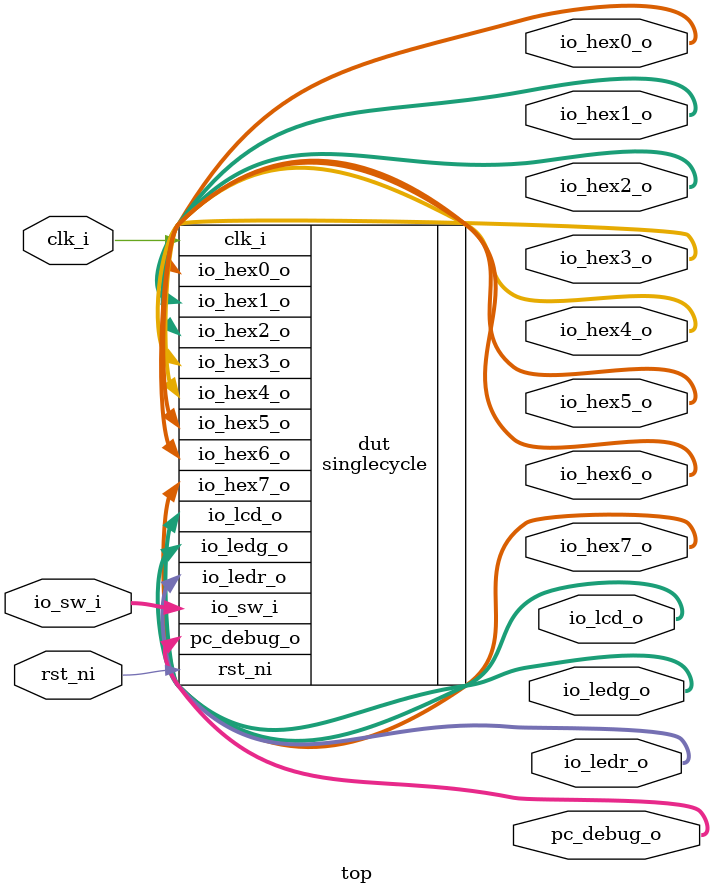
<source format=sv>
module top (
  //INPUT
  input logic        	clk_i,
  input logic        	rst_ni,

  input logic [31:0]    io_sw_i,

 //OUTPUT
  output logic [31:0] 	pc_debug_o,
  output logic [31:0] 	io_lcd_o,
  output logic [31:0] 	io_ledg_o,
  output logic [31:0] 	io_ledr_o,
  output logic [31:0] 	io_hex0_o,
  output logic [31:0] 	io_hex1_o,
  output logic [31:0] 	io_hex2_o,
  output logic [31:0] 	io_hex3_o,
  output logic [31:0] 	io_hex4_o,
  output logic [31:0] 	io_hex5_o,
  output logic [31:0] 	io_hex6_o,
  output logic [31:0] 	io_hex7_o

);

  singlecycle dut (
    .clk_i    	(clk_i)   ,
    .rst_ni 	(rst_ni)  ,
    .io_sw_i   	(io_sw_i) ,
    .pc_debug_o	(pc_debug_o),
    .io_lcd_o   (io_lcd_o) ,
    .io_ledg_o 	(io_ledg_o),
    .io_ledr_o 	(io_ledr_o),
    .io_hex0_o  (io_hex0_o),
    .io_hex1_o  (io_hex1_o),
    .io_hex2_o  (io_hex2_o),
    .io_hex3_o  (io_hex3_o),
    .io_hex4_o  (io_hex4_o),
    .io_hex5_o  (io_hex5_o),
    .io_hex6_o  (io_hex6_o),
    .io_hex7_o  (io_hex7_o)
  );
  
  
// Process on positive edge of clk_i 
  always @(posedge clk_i) begin : proc_assertions
  	
  end
endmodule : top



    

</source>
